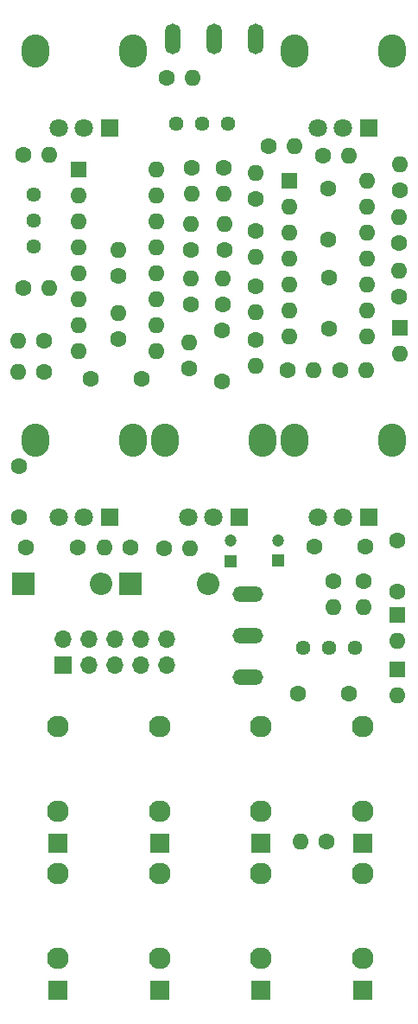
<source format=gbs>
G04 #@! TF.GenerationSoftware,KiCad,Pcbnew,7.0.2-0*
G04 #@! TF.CreationDate,2023-10-25T22:44:13+02:00*
G04 #@! TF.ProjectId,3340_vco,33333430-5f76-4636-9f2e-6b696361645f,rev?*
G04 #@! TF.SameCoordinates,Original*
G04 #@! TF.FileFunction,Soldermask,Bot*
G04 #@! TF.FilePolarity,Negative*
%FSLAX46Y46*%
G04 Gerber Fmt 4.6, Leading zero omitted, Abs format (unit mm)*
G04 Created by KiCad (PCBNEW 7.0.2-0) date 2023-10-25 22:44:13*
%MOMM*%
%LPD*%
G01*
G04 APERTURE LIST*
%ADD10R,1.600000X1.600000*%
%ADD11O,1.600000X1.600000*%
%ADD12C,1.600000*%
%ADD13R,2.200000X2.200000*%
%ADD14O,2.200000X2.200000*%
%ADD15C,1.440000*%
%ADD16R,1.200000X1.200000*%
%ADD17C,1.200000*%
%ADD18R,1.700000X1.700000*%
%ADD19O,1.700000X1.700000*%
%ADD20O,2.720000X3.240000*%
%ADD21R,1.800000X1.800000*%
%ADD22C,1.800000*%
%ADD23O,1.500000X3.000000*%
%ADD24O,3.000000X1.500000*%
%ADD25R,1.930000X1.830000*%
%ADD26C,2.130000*%
G04 APERTURE END LIST*
D10*
X230936800Y-43249000D03*
D11*
X230936800Y-45789000D03*
X230936800Y-48329000D03*
X230936800Y-50869000D03*
X230936800Y-53409000D03*
X230936800Y-55949000D03*
X230936800Y-58489000D03*
X238556800Y-58489000D03*
X238556800Y-55949000D03*
X238556800Y-53409000D03*
X238556800Y-50869000D03*
X238556800Y-48329000D03*
X238556800Y-45789000D03*
X238556800Y-43249000D03*
D12*
X235966000Y-61798200D03*
D11*
X238506000Y-61798200D03*
D12*
X218668600Y-79222600D03*
D11*
X221208600Y-79222600D03*
D12*
X224459800Y-42011600D03*
D11*
X224459800Y-44551600D03*
D12*
X227660200Y-45037801D03*
D11*
X227660200Y-42497801D03*
D13*
X215315800Y-82727800D03*
D14*
X222935800Y-82727800D03*
D12*
X221132400Y-61649400D03*
D11*
X221132400Y-59109400D03*
D12*
X221284800Y-55372000D03*
D11*
X221284800Y-52832000D03*
D12*
X224307400Y-62926600D03*
X224307400Y-57926600D03*
X204872799Y-53771799D03*
D11*
X207412799Y-53771799D03*
D10*
X210312000Y-42189400D03*
D11*
X210312000Y-44729400D03*
X210312000Y-47269400D03*
X210312000Y-49809400D03*
X210312000Y-52349400D03*
X210312000Y-54889400D03*
X210312000Y-57429400D03*
X210312000Y-59969400D03*
X217932000Y-59969400D03*
X217932000Y-57429400D03*
X217932000Y-54889400D03*
X217932000Y-52349400D03*
X217932000Y-49809400D03*
X217932000Y-47269400D03*
X217932000Y-44729400D03*
X217932000Y-42189400D03*
D12*
X233364400Y-79095600D03*
X238364400Y-79095600D03*
X238250000Y-82454999D03*
D11*
X238250000Y-84994999D03*
D12*
X227634800Y-58877200D03*
D11*
X227634800Y-61417200D03*
D15*
X232250000Y-89000000D03*
X234790000Y-89000000D03*
X237330000Y-89000000D03*
D12*
X230730000Y-61849000D03*
D11*
X233270000Y-61849000D03*
D12*
X241500000Y-83500000D03*
X241500000Y-78500000D03*
D16*
X225196400Y-80518000D03*
D17*
X225196400Y-78518000D03*
D12*
X204851000Y-40767000D03*
D11*
X207391000Y-40767000D03*
D10*
X241500000Y-85750000D03*
D11*
X241500000Y-88290000D03*
D16*
X229844600Y-80467200D03*
D17*
X229844600Y-78467200D03*
D12*
X221335600Y-42033400D03*
D11*
X221335600Y-44573400D03*
D12*
X216469600Y-62636400D03*
X211469600Y-62636400D03*
X234545000Y-108000000D03*
D11*
X232005000Y-108000000D03*
D12*
X241681000Y-54639001D03*
D11*
X241681000Y-52099001D03*
D12*
X215344800Y-79146400D03*
D11*
X212804800Y-79146400D03*
D12*
X235250000Y-82500000D03*
D11*
X235250000Y-85040000D03*
D12*
X241731800Y-44225000D03*
D11*
X241731800Y-41685000D03*
D15*
X205867000Y-44653200D03*
X205867000Y-47193200D03*
X205867000Y-49733200D03*
D10*
X241500000Y-91074314D03*
D11*
X241500000Y-93614314D03*
D10*
X241750000Y-57710000D03*
D11*
X241750000Y-60250000D03*
D12*
X227634800Y-53612200D03*
D11*
X227634800Y-56152200D03*
D12*
X205145000Y-79171800D03*
X210145000Y-79171800D03*
D18*
X208762600Y-90728800D03*
D19*
X208762600Y-88188800D03*
X211302600Y-90728800D03*
X211302600Y-88188800D03*
X213842600Y-90728800D03*
X213842600Y-88188800D03*
X216382600Y-90728800D03*
X216382600Y-88188800D03*
X218922600Y-90728800D03*
X218922600Y-88188800D03*
D12*
X227609400Y-48227400D03*
D11*
X227609400Y-50767400D03*
D12*
X236750000Y-93500000D03*
X231750000Y-93500000D03*
D13*
X204876400Y-82727800D03*
D14*
X212496400Y-82727800D03*
D12*
X224561400Y-50041601D03*
D11*
X224561400Y-47501601D03*
D12*
X206883000Y-58902600D03*
D11*
X204343000Y-58902600D03*
D12*
X221310200Y-50067000D03*
D11*
X221310200Y-47527000D03*
D12*
X228926600Y-39903400D03*
D11*
X231466600Y-39903400D03*
D12*
X204393800Y-76236200D03*
X204393800Y-71236200D03*
X241681000Y-49403000D03*
D11*
X241681000Y-46863000D03*
D15*
X219801600Y-37668200D03*
X222341600Y-37668200D03*
X224881600Y-37668200D03*
D12*
X206912000Y-62001400D03*
D11*
X204372000Y-62001400D03*
D12*
X224434400Y-55372000D03*
D11*
X224434400Y-52832000D03*
D12*
X218919000Y-33172400D03*
D11*
X221459000Y-33172400D03*
D20*
X206020000Y-68700000D03*
X215620000Y-68700000D03*
D21*
X213320000Y-76200000D03*
D22*
X210820000Y-76200000D03*
X208320000Y-76200000D03*
D23*
X227591700Y-29433700D03*
X223527700Y-29433700D03*
X219514500Y-29433700D03*
D12*
X214198200Y-58804601D03*
D11*
X214198200Y-56264601D03*
D20*
X206020000Y-30607000D03*
X215620000Y-30607000D03*
D21*
X213320000Y-38107000D03*
D22*
X210820000Y-38107000D03*
X208320000Y-38107000D03*
D24*
X226877700Y-91854100D03*
X226877700Y-87790100D03*
X226877700Y-83776900D03*
D25*
X218236800Y-108123200D03*
D26*
X218236800Y-96723200D03*
X218236800Y-105023200D03*
D20*
X218720000Y-68700000D03*
X228320000Y-68700000D03*
D21*
X226020000Y-76200000D03*
D22*
X223520000Y-76200000D03*
X221020000Y-76200000D03*
D25*
X238150400Y-108123200D03*
D26*
X238150400Y-96723200D03*
X238150400Y-105023200D03*
D12*
X234238800Y-40792400D03*
D11*
X236778800Y-40792400D03*
D12*
X234797600Y-57763200D03*
X234797600Y-52763200D03*
D25*
X208229200Y-122525000D03*
D26*
X208229200Y-111125000D03*
X208229200Y-119425000D03*
D20*
X231420000Y-68700000D03*
X241020000Y-68700000D03*
D21*
X238720000Y-76200000D03*
D22*
X236220000Y-76200000D03*
X233720000Y-76200000D03*
D12*
X214198200Y-52628800D03*
D11*
X214198200Y-50088800D03*
D20*
X231420000Y-30607000D03*
X241020000Y-30607000D03*
D21*
X238720000Y-38107000D03*
D22*
X236220000Y-38107000D03*
X233720000Y-38107000D03*
D25*
X238150400Y-122525000D03*
D26*
X238150400Y-111125000D03*
X238150400Y-119425000D03*
D25*
X228142800Y-108123200D03*
D26*
X228142800Y-96723200D03*
X228142800Y-105023200D03*
D12*
X234746800Y-49032800D03*
X234746800Y-44032800D03*
D25*
X228142800Y-122525000D03*
D26*
X228142800Y-111125000D03*
X228142800Y-119425000D03*
D25*
X208229200Y-108123200D03*
D26*
X208229200Y-96723200D03*
X208229200Y-105023200D03*
D25*
X218236800Y-122525000D03*
D26*
X218236800Y-111125000D03*
X218236800Y-119425000D03*
M02*

</source>
